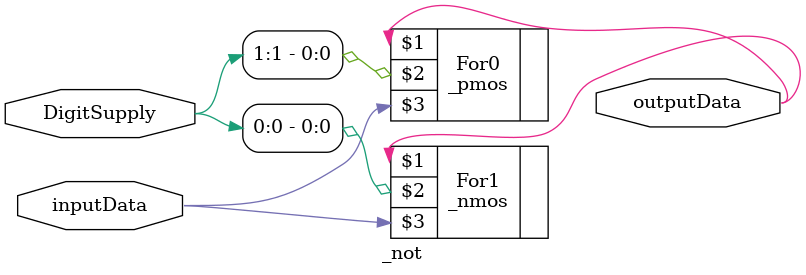
<source format=v>
module _not
(
  output outputData,
  input [1:0] DigitSupply,
  input inputData
);
  wire outputData;
  tri [1:0] DigitSupply;
  tri inputData;
    
  _pmos For0(outputData,DigitSupply[1],inputData);
  _nmos For1(outputData,DigitSupply[0],inputData);
    
endmodule

</source>
